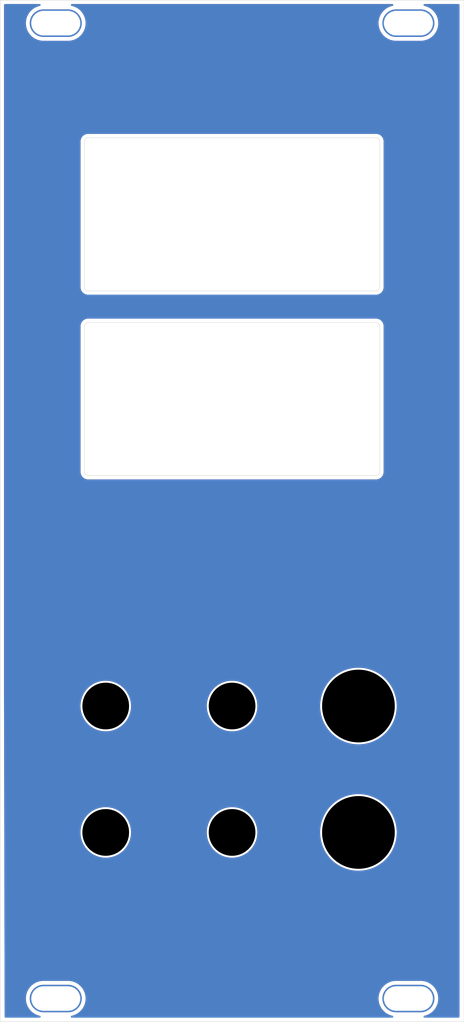
<source format=kicad_pcb>
(kicad_pcb (version 20241229) (generator "pcbnew") (generator_version "9.0")
  (layers (0 "F.Cu" signal) (2 "B.Cu" signal) (13 "F.Paste" user) (15 "B.Paste" user) (5 "F.SilkS" user "F.Silkscreen") (7 "B.SilkS" user "B.Silkscreen") (1 "F.Mask" user) (3 "B.Mask" user) (25 "Edge.Cuts" user))
  (net 0 "")
  (footprint "MAI_PanelHole:PanelHole_EurorackMounting" (layer "F.Cu") (at 78.56 37.9)
    (property "Reference" "REF**" (hide yes))
    (property "Value" "PanelHole_EurorackMounting" (hide yes))
    (pad "" thru_hole oval (at 0 0) (size 6.8 3.6) (drill oval 6.4 3.2) (layers "*.Cu" "*.Mask"))
  )
  (footprint "MAI_PanelHole:PanelHole_D6Rxx" (layer "F.Cu") (at 118.11 127.095)
    (property "Reference" "REF**" (hide yes))
    (property "Value" "PanelHole_D6Rxx" (hide yes))
    (pad "" np_thru_hole circle (at 0 0) (size 9.5 9.5) (drill 9.5) (layers "*.Mask"))
  )
  (footprint "MAI_PanelHole:PanelHole_PJ301BM" (layer "F.Cu") (at 101.6 143.605)
    (property "Reference" "REF**" (hide yes))
    (property "Value" "PanelHole_PJ301BM" (hide yes))
    (pad "" np_thru_hole circle (at 0 0) (size 6.1 6.1) (drill 6.1) (layers "*.Mask"))
  )
  (footprint "MAI_PanelHole:PanelHole_EurorackMounting" (layer "F.Cu") (at 124.64 37.9)
    (property "Reference" "REF**" (hide yes))
    (property "Value" "PanelHole_EurorackMounting" (hide yes))
    (pad "" thru_hole oval (at 0 0) (size 6.8 3.6) (drill oval 6.4 3.2) (layers "*.Cu" "*.Mask"))
  )
  (footprint "MAI_Logo:MAI_Logo_10.5mm_Soldermask" (layer "F.Cu") (at 101.6 159.865)
    (property "Reference" "REF**" (hide yes))
    (property "Value" "MAI_Logo_10.5mm_Soldermask" (hide yes))
  )
  (footprint "MAI_PanelHole:PanelHole_BA56-11xxWA" (layer "F.Cu") (at 85.09 70.485 90)
    (property "Reference" "REF**" (hide yes))
    (property "Value" "PanelHole_BA56-11xxWA" (hide yes))
    (fp_line (start 17.12 -2.79) (end -1.88 -2.79) (stroke (width 0.05)) (layer "Edge.Cuts"))
    (fp_line (start 17.62 -2.29) (end 17.62 35.31) (stroke (width 0.05)) (layer "Edge.Cuts"))
    (fp_line (start -2.38 -2.29) (end -2.38 35.31) (stroke (width 0.05)) (layer "Edge.Cuts"))
    (fp_line (start 17.12 35.81) (end -1.88 35.81) (stroke (width 0.05)) (layer "Edge.Cuts"))
    (fp_arc (start 17.12 -2.79) (mid 17.473553 -2.643553) (end 17.62 -2.29) (stroke (width 0.05)) (layer "Edge.Cuts"))
    (fp_arc (start -2.38 -2.29) (mid -2.233553 -2.643553) (end -1.88 -2.79) (stroke (width 0.05)) (layer "Edge.Cuts"))
    (fp_arc (start 17.62 35.31) (mid 17.473553 35.663553) (end 17.12 35.81) (stroke (width 0.05)) (layer "Edge.Cuts"))
    (fp_arc (start -1.88 35.81) (mid -2.233553 35.663553) (end -2.38 35.31) (stroke (width 0.05)) (layer "Edge.Cuts"))
  )
  (footprint "MAI_PanelHole:PanelHole_BA56-11xxWA" (layer "F.Cu") (at 85.09 94.615 90)
    (property "Reference" "REF**" (hide yes))
    (property "Value" "PanelHole_BA56-11xxWA" (hide yes))
    (fp_line (start 17.12 -2.79) (end -1.88 -2.79) (stroke (width 0.05)) (layer "Edge.Cuts"))
    (fp_line (start 17.62 -2.29) (end 17.62 35.31) (stroke (width 0.05)) (layer "Edge.Cuts"))
    (fp_line (start -2.38 -2.29) (end -2.38 35.31) (stroke (width 0.05)) (layer "Edge.Cuts"))
    (fp_line (start 17.12 35.81) (end -1.88 35.81) (stroke (width 0.05)) (layer "Edge.Cuts"))
    (fp_arc (start 17.12 -2.79) (mid 17.473553 -2.643553) (end 17.62 -2.29) (stroke (width 0.05)) (layer "Edge.Cuts"))
    (fp_arc (start -2.38 -2.29) (mid -2.233553 -2.643553) (end -1.88 -2.79) (stroke (width 0.05)) (layer "Edge.Cuts"))
    (fp_arc (start 17.62 35.31) (mid 17.473553 35.663553) (end 17.12 35.81) (stroke (width 0.05)) (layer "Edge.Cuts"))
    (fp_arc (start -1.88 35.81) (mid -2.233553 35.663553) (end -2.38 35.31) (stroke (width 0.05)) (layer "Edge.Cuts"))
  )
  (footprint "MAI_PanelHole:PanelHole_D6Rxx" (layer "F.Cu") (at 118.11 143.605)
    (property "Reference" "REF**" (hide yes))
    (property "Value" "PanelHole_D6Rxx" (hide yes))
    (pad "" np_thru_hole circle (at 0 0) (size 9.5 9.5) (drill 9.5) (layers "*.Mask"))
  )
  (footprint "MAI_PanelHole:PanelHole_PJ301BM" (layer "F.Cu") (at 85.09 143.605)
    (property "Reference" "REF**" (hide yes))
    (property "Value" "PanelHole_PJ301BM" (hide yes))
    (pad "" np_thru_hole circle (at 0 0) (size 6.1 6.1) (drill 6.1) (layers "*.Mask"))
  )
  (footprint "MAI_PanelHole:PanelHole_EurorackMounting" (layer "F.Cu") (at 124.64 165.3)
    (property "Reference" "REF**" (hide yes))
    (property "Value" "PanelHole_EurorackMounting" (hide yes))
    (pad "" thru_hole oval (at 0 0) (size 6.8 3.6) (drill oval 6.4 3.2) (layers "*.Cu" "*.Mask"))
  )
  (footprint "MAI_PanelHole:PanelHole_EurorackMounting" (layer "F.Cu") (at 78.56 165.3)
    (property "Reference" "REF**" (hide yes))
    (property "Value" "PanelHole_EurorackMounting" (hide yes))
    (pad "" thru_hole oval (at 0 0) (size 6.8 3.6) (drill oval 6.4 3.2) (layers "*.Cu" "*.Mask"))
  )
  (footprint "MAI_PanelHole:PanelHole_PJ301BM" (layer "F.Cu") (at 85.09 127.095)
    (property "Reference" "REF**" (hide yes))
    (property "Value" "PanelHole_PJ301BM" (hide yes))
    (pad "" np_thru_hole circle (at 0 0) (size 6.1 6.1) (drill 6.1) (layers "*.Mask"))
  )
  (footprint "MAI_PanelHole:PanelHole_PJ301BM" (layer "F.Cu") (at 101.6 127.095)
    (property "Reference" "REF**" (hide yes))
    (property "Value" "PanelHole_PJ301BM" (hide yes))
    (pad "" np_thru_hole circle (at 0 0) (size 6.1 6.1) (drill 6.1) (layers "*.Mask"))
  )
  (gr_rect (start 71.3 34.9) (end 131.9 168.3) (stroke (width 0.05)) (fill no) (layer "Edge.Cuts"))
  (zone (net 0) (net_name "") (layer "F.Cu") (connect_pads (clearance 0.5)) (min_thickness 0.25) (fill yes (thermal_gap 0.5) (thermal_bridge_width 0.5) (island_removal_mode 1) (island_area_min 10))
    (polygon (pts (xy 71.628 35.306) (xy 131.318 35.306) (xy 131.318 167.894) (xy 71.882 167.894)))
  )
  (zone (net 0) (net_name "") (layer "B.Cu") (priority 1) (connect_pads (clearance 0.5)) (min_thickness 0.25) (fill yes (thermal_gap 0.5) (thermal_bridge_width 0.5) (island_removal_mode 1) (island_area_min 10))
    (polygon (pts (xy 71.628 35.306) (xy 131.318 35.306) (xy 131.318 167.894) (xy 71.882 167.894)))
  )
)
</source>
